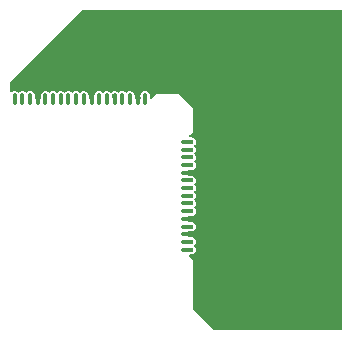
<source format=gbr>
%TF.GenerationSoftware,KiCad,Pcbnew,7.0.7*%
%TF.CreationDate,2024-03-24T16:11:16-04:00*%
%TF.ProjectId,RCP-FLEX,5243502d-464c-4455-982e-6b696361645f,rev?*%
%TF.SameCoordinates,Original*%
%TF.FileFunction,Copper,L2,Bot*%
%TF.FilePolarity,Positive*%
%FSLAX46Y46*%
G04 Gerber Fmt 4.6, Leading zero omitted, Abs format (unit mm)*
G04 Created by KiCad (PCBNEW 7.0.7) date 2024-03-24 16:11:16*
%MOMM*%
%LPD*%
G01*
G04 APERTURE LIST*
%TA.AperFunction,ComponentPad*%
%ADD10O,0.400000X1.000000*%
%TD*%
%TA.AperFunction,ComponentPad*%
%ADD11O,1.000000X0.400000*%
%TD*%
%TA.AperFunction,ViaPad*%
%ADD12C,0.400000*%
%TD*%
%TA.AperFunction,ViaPad*%
%ADD13C,0.800000*%
%TD*%
%TA.AperFunction,Conductor*%
%ADD14C,0.250000*%
%TD*%
G04 APERTURE END LIST*
D10*
%TO.P,TP2,1,1*%
%TO.N,Net-(J1-Pin_2)*%
X160415000Y-63500000D03*
%TD*%
%TO.P,TP9,1,1*%
%TO.N,Net-(J1-Pin_9)*%
X164965000Y-63500000D03*
%TD*%
D11*
%TO.P,TP31,1,1*%
%TO.N,GND*%
X174390000Y-74910000D03*
%TD*%
D10*
%TO.P,TP5,1,1*%
%TO.N,Net-(J1-Pin_5)*%
X162365000Y-63500000D03*
%TD*%
D11*
%TO.P,TP24,1,1*%
%TO.N,Net-(J1-Pin_24)*%
X174390000Y-70360000D03*
%TD*%
D10*
%TO.P,TP1,1,1*%
%TO.N,Net-(J1-Pin_1)*%
X159765000Y-63500000D03*
%TD*%
%TO.P,TP6,1,1*%
%TO.N,Net-(J1-Pin_6)*%
X163015000Y-63500000D03*
%TD*%
D11*
%TO.P,TP23,1,1*%
%TO.N,GND*%
X174390000Y-69710000D03*
%TD*%
D10*
%TO.P,TP14,1,1*%
%TO.N,Net-(J1-Pin_14)*%
X168215000Y-63500000D03*
%TD*%
%TO.P,TP11,1,1*%
%TO.N,GND*%
X166265000Y-63500000D03*
%TD*%
%TO.P,TP18,1,1*%
%TO.N,Net-(J1-Pin_18)*%
X170815000Y-63500000D03*
%TD*%
%TO.P,TP17,1,1*%
%TO.N,GND*%
X170165000Y-63500000D03*
%TD*%
%TO.P,TP4,1,1*%
%TO.N,GND*%
X161715000Y-63500000D03*
%TD*%
%TO.P,TP10,1,1*%
%TO.N,3v3*%
X165615000Y-63500000D03*
%TD*%
D11*
%TO.P,TP29,1,1*%
%TO.N,GND*%
X174390000Y-73610000D03*
%TD*%
%TO.P,TP27,1,1*%
%TO.N,Net-(J1-Pin_27)*%
X174390000Y-72310000D03*
%TD*%
D10*
%TO.P,TP15,1,1*%
%TO.N,Net-(J1-Pin_15)*%
X168865000Y-63500000D03*
%TD*%
%TO.P,TP12,1,1*%
%TO.N,Net-(J1-Pin_12)*%
X166915000Y-63500000D03*
%TD*%
%TO.P,TP7,1,1*%
%TO.N,Net-(J1-Pin_7)*%
X163665000Y-63500000D03*
%TD*%
%TO.P,TP8,1,1*%
%TO.N,Net-(J1-Pin_8)*%
X164315000Y-63500000D03*
%TD*%
%TO.P,TP16,1,1*%
%TO.N,3v3*%
X169515000Y-63500000D03*
%TD*%
D11*
%TO.P,TP20,1,1*%
%TO.N,Net-(J1-Pin_20)*%
X174390000Y-67760000D03*
%TD*%
%TO.P,TP25,1,1*%
%TO.N,Net-(J1-Pin_25)*%
X174390000Y-71010000D03*
%TD*%
%TO.P,TP21,1,1*%
%TO.N,Net-(J1-Pin_21)*%
X174390000Y-68410000D03*
%TD*%
%TO.P,TP22,1,1*%
%TO.N,3v3*%
X174390000Y-69060000D03*
%TD*%
D10*
%TO.P,TP3,1,1*%
%TO.N,3v3*%
X161065000Y-63500000D03*
%TD*%
D11*
%TO.P,TP30,1,1*%
%TO.N,3v3*%
X174390000Y-74260000D03*
%TD*%
%TO.P,TP19,1,1*%
%TO.N,Net-(J1-Pin_19)*%
X174390000Y-67110000D03*
%TD*%
%TO.P,TP33,1,1*%
%TO.N,Net-(J1-Pin_33)*%
X174390000Y-76210000D03*
%TD*%
%TO.P,TP28,1,1*%
%TO.N,Net-(J1-Pin_28)*%
X174390000Y-72960000D03*
%TD*%
%TO.P,TP26,1,1*%
%TO.N,Net-(J1-Pin_26)*%
X174390000Y-71660000D03*
%TD*%
%TO.P,TP32,1,1*%
%TO.N,3v3*%
X174390000Y-75560000D03*
%TD*%
D10*
%TO.P,TP13,1,1*%
%TO.N,Net-(J1-Pin_13)*%
X167565000Y-63500000D03*
%TD*%
D12*
%TO.N,Net-(J1-Pin_1)*%
X159760000Y-63200000D03*
%TO.N,Net-(J1-Pin_2)*%
X160410000Y-63200000D03*
%TO.N,3v3*%
X174690000Y-74260000D03*
X174690000Y-69060000D03*
X161070000Y-63200000D03*
X165620000Y-63200000D03*
X169510000Y-63200000D03*
X174690000Y-75560000D03*
%TO.N,GND*%
X174690000Y-73610000D03*
D13*
X176900000Y-67000000D03*
X184800000Y-69600000D03*
D12*
X170160000Y-63200000D03*
D13*
X184800000Y-75600000D03*
D12*
X174690000Y-69710000D03*
X174690000Y-74910000D03*
D13*
X184800000Y-66600000D03*
D12*
X166260000Y-63200000D03*
D13*
X184800000Y-63100000D03*
D12*
X161720000Y-63200000D03*
D13*
X184800000Y-72600000D03*
D12*
%TO.N,Net-(J1-Pin_5)*%
X162360000Y-63200000D03*
%TO.N,Net-(J1-Pin_6)*%
X163010000Y-63200000D03*
%TO.N,Net-(J1-Pin_7)*%
X163660000Y-63200000D03*
%TO.N,Net-(J1-Pin_8)*%
X164310000Y-63200000D03*
%TO.N,Net-(J1-Pin_9)*%
X164960000Y-63200000D03*
%TO.N,Net-(J1-Pin_12)*%
X166910000Y-63200000D03*
%TO.N,Net-(J1-Pin_13)*%
X167560000Y-63200000D03*
%TO.N,Net-(J1-Pin_14)*%
X168210000Y-63200000D03*
%TO.N,Net-(J1-Pin_15)*%
X168860000Y-63200000D03*
%TO.N,Net-(J1-Pin_18)*%
X170810000Y-63200000D03*
%TO.N,Net-(J1-Pin_19)*%
X174690000Y-67110000D03*
%TO.N,Net-(J1-Pin_20)*%
X174690000Y-67760000D03*
%TO.N,Net-(J1-Pin_21)*%
X174690000Y-68410000D03*
%TO.N,Net-(J1-Pin_24)*%
X174690000Y-70360000D03*
%TO.N,Net-(J1-Pin_25)*%
X174690000Y-71010000D03*
%TO.N,Net-(J1-Pin_26)*%
X174690000Y-71660000D03*
%TO.N,Net-(J1-Pin_27)*%
X174690000Y-72310000D03*
%TO.N,Net-(J1-Pin_28)*%
X174690000Y-72960000D03*
%TO.N,Net-(J1-Pin_33)*%
X174690000Y-76210000D03*
%TD*%
D14*
%TO.N,3v3*%
X161065000Y-63500000D02*
X161065000Y-63107538D01*
%TD*%
%TA.AperFunction,Conductor*%
%TO.N,GND*%
G36*
X187410691Y-55919407D02*
G01*
X187446655Y-55968907D01*
X187451500Y-55999500D01*
X187451500Y-82958500D01*
X187432593Y-83016691D01*
X187383093Y-83052655D01*
X187352500Y-83057500D01*
X176672815Y-83057500D01*
X176614624Y-83038593D01*
X176602811Y-83028504D01*
X174908505Y-81334197D01*
X174880728Y-81279680D01*
X174879509Y-81264178D01*
X174880496Y-77122359D01*
X174880542Y-77110001D01*
X174880424Y-77109718D01*
X174880424Y-77109717D01*
X174880383Y-77109617D01*
X174880381Y-77109616D01*
X174866790Y-77095957D01*
X174866407Y-77095700D01*
X174550211Y-76779503D01*
X174522434Y-76724987D01*
X174532005Y-76664555D01*
X174575270Y-76621290D01*
X174620215Y-76610500D01*
X174650691Y-76610500D01*
X174666177Y-76611718D01*
X174690000Y-76615492D01*
X174815304Y-76595646D01*
X174928342Y-76538050D01*
X175018050Y-76448342D01*
X175075646Y-76335304D01*
X175095492Y-76210000D01*
X175075646Y-76084696D01*
X175018050Y-75971658D01*
X175001393Y-75955001D01*
X174973618Y-75900487D01*
X174983189Y-75840055D01*
X175001397Y-75814995D01*
X175018048Y-75798344D01*
X175018048Y-75798343D01*
X175018050Y-75798342D01*
X175075646Y-75685304D01*
X175095492Y-75560000D01*
X175075646Y-75434696D01*
X175018050Y-75321658D01*
X174928342Y-75231950D01*
X174924406Y-75229944D01*
X174815307Y-75174355D01*
X174815304Y-75174354D01*
X174690000Y-75154508D01*
X174666178Y-75158281D01*
X174650691Y-75159500D01*
X174489280Y-75159500D01*
X174431089Y-75140593D01*
X174395125Y-75091093D01*
X174390280Y-75060514D01*
X174390237Y-74759514D01*
X174409136Y-74701321D01*
X174458631Y-74665350D01*
X174489237Y-74660500D01*
X174650691Y-74660500D01*
X174666177Y-74661718D01*
X174690000Y-74665492D01*
X174815304Y-74645646D01*
X174928342Y-74588050D01*
X175018050Y-74498342D01*
X175075646Y-74385304D01*
X175095492Y-74260000D01*
X175075646Y-74134696D01*
X175018050Y-74021658D01*
X174928342Y-73931950D01*
X174924406Y-73929944D01*
X174815307Y-73874355D01*
X174815304Y-73874354D01*
X174690000Y-73854508D01*
X174666178Y-73858281D01*
X174650691Y-73859500D01*
X174489096Y-73859500D01*
X174430905Y-73840593D01*
X174394941Y-73791093D01*
X174390096Y-73760514D01*
X174390054Y-73459514D01*
X174408953Y-73401320D01*
X174458448Y-73365350D01*
X174489054Y-73360500D01*
X174650691Y-73360500D01*
X174666177Y-73361718D01*
X174690000Y-73365492D01*
X174815304Y-73345646D01*
X174928342Y-73288050D01*
X175018050Y-73198342D01*
X175075646Y-73085304D01*
X175095492Y-72960000D01*
X175075646Y-72834696D01*
X175018050Y-72721658D01*
X175001393Y-72705001D01*
X174973618Y-72650487D01*
X174983189Y-72590055D01*
X175001392Y-72564999D01*
X175018050Y-72548342D01*
X175075646Y-72435304D01*
X175095492Y-72310000D01*
X175075646Y-72184696D01*
X175018050Y-72071658D01*
X175001393Y-72055001D01*
X174973618Y-72000487D01*
X174983189Y-71940055D01*
X175001397Y-71914995D01*
X175018048Y-71898344D01*
X175018048Y-71898343D01*
X175018050Y-71898342D01*
X175075646Y-71785304D01*
X175095492Y-71660000D01*
X175075646Y-71534696D01*
X175018050Y-71421658D01*
X175001393Y-71405001D01*
X174973618Y-71350487D01*
X174983189Y-71290055D01*
X175001392Y-71264999D01*
X175018050Y-71248342D01*
X175075646Y-71135304D01*
X175095492Y-71010000D01*
X175075646Y-70884696D01*
X175018050Y-70771658D01*
X175001393Y-70755001D01*
X174973618Y-70700487D01*
X174983189Y-70640055D01*
X175001397Y-70614995D01*
X175018048Y-70598344D01*
X175018048Y-70598343D01*
X175018050Y-70598342D01*
X175075646Y-70485304D01*
X175095492Y-70360000D01*
X175075646Y-70234696D01*
X175018050Y-70121658D01*
X174928342Y-70031950D01*
X174924406Y-70029944D01*
X174815307Y-69974355D01*
X174815304Y-69974354D01*
X174690000Y-69954508D01*
X174666178Y-69958281D01*
X174650691Y-69959500D01*
X174488545Y-69959500D01*
X174430354Y-69940593D01*
X174394390Y-69891093D01*
X174389545Y-69860514D01*
X174389503Y-69559514D01*
X174408402Y-69501320D01*
X174457897Y-69465350D01*
X174488503Y-69460500D01*
X174650691Y-69460500D01*
X174666177Y-69461718D01*
X174690000Y-69465492D01*
X174815304Y-69445646D01*
X174928342Y-69388050D01*
X175018050Y-69298342D01*
X175075646Y-69185304D01*
X175095492Y-69060000D01*
X175075646Y-68934696D01*
X175018050Y-68821658D01*
X175001393Y-68805001D01*
X174973618Y-68750487D01*
X174983189Y-68690055D01*
X175001392Y-68664999D01*
X175018050Y-68648342D01*
X175075646Y-68535304D01*
X175095492Y-68410000D01*
X175075646Y-68284696D01*
X175018050Y-68171658D01*
X175001393Y-68155001D01*
X174973618Y-68100487D01*
X174983189Y-68040055D01*
X175001397Y-68014995D01*
X175018048Y-67998344D01*
X175018048Y-67998343D01*
X175018050Y-67998342D01*
X175075646Y-67885304D01*
X175095492Y-67760000D01*
X175075646Y-67634696D01*
X175018050Y-67521658D01*
X175001393Y-67505001D01*
X174973618Y-67450487D01*
X174983189Y-67390055D01*
X175001392Y-67364999D01*
X175018050Y-67348342D01*
X175075646Y-67235304D01*
X175095492Y-67110000D01*
X175075646Y-66984696D01*
X175018050Y-66871658D01*
X174928342Y-66781950D01*
X174815304Y-66724354D01*
X174815305Y-66724354D01*
X174727353Y-66710424D01*
X174721519Y-66709500D01*
X174690001Y-66704508D01*
X174690000Y-66704508D01*
X174666178Y-66708281D01*
X174650691Y-66709500D01*
X174629320Y-66709500D01*
X174571129Y-66690593D01*
X174535165Y-66641093D01*
X174535165Y-66579907D01*
X174559420Y-66540393D01*
X174573596Y-66526257D01*
X174846010Y-66254651D01*
X174846155Y-66254557D01*
X174860381Y-66240383D01*
X174860383Y-66240383D01*
X174860461Y-66240191D01*
X174860542Y-66240001D01*
X174860541Y-66239998D01*
X174860658Y-66221117D01*
X174860500Y-66220315D01*
X174860500Y-64290045D01*
X174860533Y-64289878D01*
X174860516Y-64289878D01*
X174860540Y-64270002D01*
X174860542Y-64270000D01*
X174860424Y-64269717D01*
X174860383Y-64269617D01*
X174860381Y-64269616D01*
X174846724Y-64255890D01*
X174846394Y-64255669D01*
X173623448Y-63031159D01*
X173623349Y-63031010D01*
X173609382Y-63017016D01*
X173609170Y-63016929D01*
X173609000Y-63016857D01*
X173589459Y-63016835D01*
X173589136Y-63016900D01*
X171799988Y-63016900D01*
X171799782Y-63016859D01*
X171780198Y-63016859D01*
X171780101Y-63016899D01*
X171779817Y-63017015D01*
X171766337Y-63030403D01*
X171766029Y-63030861D01*
X171384504Y-63412387D01*
X171329987Y-63440165D01*
X171269555Y-63430594D01*
X171226290Y-63387329D01*
X171215500Y-63342384D01*
X171215500Y-63168478D01*
X171210139Y-63134636D01*
X171200646Y-63074696D01*
X171143050Y-62961658D01*
X171053342Y-62871950D01*
X171008234Y-62848966D01*
X170940307Y-62814355D01*
X170940304Y-62814354D01*
X170815000Y-62794508D01*
X170814999Y-62794508D01*
X170814993Y-62794507D01*
X170813334Y-62794507D01*
X170810529Y-62794506D01*
X170810523Y-62794507D01*
X170810003Y-62794507D01*
X170684696Y-62814354D01*
X170684692Y-62814355D01*
X170571659Y-62871949D01*
X170481949Y-62961659D01*
X170424355Y-63074692D01*
X170424354Y-63074696D01*
X170404508Y-63199999D01*
X170404508Y-63200001D01*
X170413281Y-63255390D01*
X170414500Y-63270877D01*
X170414500Y-63400498D01*
X170395593Y-63458689D01*
X170346093Y-63494653D01*
X170315449Y-63499498D01*
X170014448Y-63499344D01*
X169956267Y-63480407D01*
X169920329Y-63430889D01*
X169915500Y-63400350D01*
X169915500Y-63168481D01*
X169900646Y-63074696D01*
X169843050Y-62961658D01*
X169753342Y-62871950D01*
X169708234Y-62848966D01*
X169640307Y-62814355D01*
X169640304Y-62814354D01*
X169515000Y-62794508D01*
X169514999Y-62794508D01*
X169514993Y-62794507D01*
X169513334Y-62794507D01*
X169510529Y-62794506D01*
X169510523Y-62794507D01*
X169510003Y-62794507D01*
X169384696Y-62814354D01*
X169384692Y-62814355D01*
X169271658Y-62871950D01*
X169271655Y-62871952D01*
X169257502Y-62886105D01*
X169202985Y-62913882D01*
X169142553Y-62904309D01*
X169117498Y-62886105D01*
X169103344Y-62871952D01*
X169103342Y-62871950D01*
X169044005Y-62841716D01*
X168990307Y-62814355D01*
X168990305Y-62814354D01*
X168990304Y-62814354D01*
X168950610Y-62808067D01*
X168864998Y-62794507D01*
X168860002Y-62794507D01*
X168758277Y-62810619D01*
X168734696Y-62814354D01*
X168734695Y-62814354D01*
X168734692Y-62814355D01*
X168621658Y-62871950D01*
X168621654Y-62871952D01*
X168607499Y-62886107D01*
X168552981Y-62913882D01*
X168492549Y-62904307D01*
X168467499Y-62886107D01*
X168453342Y-62871950D01*
X168408234Y-62848966D01*
X168340307Y-62814355D01*
X168340304Y-62814354D01*
X168215000Y-62794508D01*
X168214999Y-62794508D01*
X168214993Y-62794507D01*
X168213334Y-62794507D01*
X168210529Y-62794506D01*
X168210523Y-62794507D01*
X168210003Y-62794507D01*
X168084696Y-62814354D01*
X168084692Y-62814355D01*
X167971658Y-62871950D01*
X167971655Y-62871952D01*
X167957502Y-62886105D01*
X167902985Y-62913882D01*
X167842553Y-62904309D01*
X167817498Y-62886105D01*
X167803344Y-62871952D01*
X167803342Y-62871950D01*
X167744005Y-62841716D01*
X167690307Y-62814355D01*
X167690305Y-62814354D01*
X167690304Y-62814354D01*
X167650610Y-62808067D01*
X167564998Y-62794507D01*
X167560002Y-62794507D01*
X167458277Y-62810619D01*
X167434696Y-62814354D01*
X167434695Y-62814354D01*
X167434692Y-62814355D01*
X167321658Y-62871950D01*
X167321655Y-62871952D01*
X167307502Y-62886105D01*
X167252985Y-62913882D01*
X167192553Y-62904309D01*
X167167498Y-62886105D01*
X167153344Y-62871952D01*
X167153342Y-62871950D01*
X167094005Y-62841716D01*
X167040307Y-62814355D01*
X167040304Y-62814354D01*
X166915000Y-62794508D01*
X166914999Y-62794508D01*
X166914993Y-62794507D01*
X166913334Y-62794507D01*
X166910529Y-62794506D01*
X166910523Y-62794507D01*
X166910003Y-62794507D01*
X166784696Y-62814354D01*
X166784692Y-62814355D01*
X166671659Y-62871949D01*
X166581949Y-62961659D01*
X166524355Y-63074692D01*
X166524354Y-63074696D01*
X166504508Y-63199999D01*
X166504508Y-63200001D01*
X166513281Y-63255390D01*
X166514500Y-63270877D01*
X166514500Y-63398506D01*
X166495593Y-63456697D01*
X166446093Y-63492661D01*
X166415450Y-63497506D01*
X166114450Y-63497353D01*
X166056269Y-63478416D01*
X166020330Y-63428898D01*
X166015500Y-63398353D01*
X166015500Y-63270877D01*
X166016719Y-63255390D01*
X166025492Y-63200001D01*
X166025492Y-63199999D01*
X166020499Y-63168477D01*
X166005646Y-63074696D01*
X165948050Y-62961658D01*
X165858342Y-62871950D01*
X165813234Y-62848966D01*
X165745307Y-62814355D01*
X165745305Y-62814354D01*
X165745304Y-62814354D01*
X165705610Y-62808067D01*
X165619998Y-62794507D01*
X165615002Y-62794507D01*
X165513277Y-62810619D01*
X165489696Y-62814354D01*
X165489695Y-62814354D01*
X165489692Y-62814355D01*
X165376658Y-62871950D01*
X165376655Y-62871952D01*
X165360002Y-62888605D01*
X165305485Y-62916381D01*
X165245053Y-62906809D01*
X165219998Y-62888605D01*
X165203344Y-62871952D01*
X165203342Y-62871950D01*
X165144005Y-62841716D01*
X165090307Y-62814355D01*
X165090305Y-62814354D01*
X165090304Y-62814354D01*
X165050610Y-62808067D01*
X164964998Y-62794507D01*
X164960002Y-62794507D01*
X164858277Y-62810619D01*
X164834696Y-62814354D01*
X164834695Y-62814354D01*
X164834692Y-62814355D01*
X164721658Y-62871950D01*
X164721655Y-62871952D01*
X164707502Y-62886105D01*
X164652985Y-62913882D01*
X164592553Y-62904309D01*
X164567498Y-62886105D01*
X164553344Y-62871952D01*
X164553342Y-62871950D01*
X164494005Y-62841716D01*
X164440307Y-62814355D01*
X164440304Y-62814354D01*
X164315000Y-62794508D01*
X164314999Y-62794508D01*
X164314993Y-62794507D01*
X164313334Y-62794507D01*
X164310529Y-62794506D01*
X164310523Y-62794507D01*
X164310003Y-62794507D01*
X164184696Y-62814354D01*
X164184692Y-62814355D01*
X164071658Y-62871950D01*
X164071655Y-62871952D01*
X164057502Y-62886105D01*
X164002985Y-62913882D01*
X163942553Y-62904309D01*
X163917498Y-62886105D01*
X163903344Y-62871952D01*
X163903342Y-62871950D01*
X163844005Y-62841716D01*
X163790307Y-62814355D01*
X163790305Y-62814354D01*
X163790304Y-62814354D01*
X163750610Y-62808067D01*
X163664998Y-62794507D01*
X163660002Y-62794507D01*
X163558277Y-62810619D01*
X163534696Y-62814354D01*
X163534695Y-62814354D01*
X163534692Y-62814355D01*
X163421658Y-62871950D01*
X163421655Y-62871952D01*
X163407502Y-62886105D01*
X163352985Y-62913882D01*
X163292553Y-62904309D01*
X163267498Y-62886105D01*
X163253344Y-62871952D01*
X163253342Y-62871950D01*
X163194005Y-62841716D01*
X163140307Y-62814355D01*
X163140304Y-62814354D01*
X163015000Y-62794508D01*
X163014999Y-62794508D01*
X163014993Y-62794507D01*
X163013334Y-62794507D01*
X163010529Y-62794506D01*
X163010523Y-62794507D01*
X163010003Y-62794507D01*
X162884696Y-62814354D01*
X162884692Y-62814355D01*
X162771658Y-62871950D01*
X162771655Y-62871952D01*
X162757502Y-62886105D01*
X162702985Y-62913882D01*
X162642553Y-62904309D01*
X162617498Y-62886105D01*
X162603344Y-62871952D01*
X162603342Y-62871950D01*
X162544005Y-62841716D01*
X162490307Y-62814355D01*
X162490305Y-62814354D01*
X162490304Y-62814354D01*
X162450610Y-62808067D01*
X162364998Y-62794507D01*
X162360002Y-62794507D01*
X162258277Y-62810619D01*
X162234696Y-62814354D01*
X162234695Y-62814354D01*
X162234692Y-62814355D01*
X162121659Y-62871949D01*
X162031949Y-62961659D01*
X161974355Y-63074692D01*
X161974354Y-63074696D01*
X161954508Y-63199999D01*
X161954508Y-63200001D01*
X161963281Y-63255390D01*
X161964500Y-63270877D01*
X161964500Y-63396183D01*
X161945593Y-63454374D01*
X161896093Y-63490338D01*
X161865450Y-63495183D01*
X161564450Y-63495030D01*
X161506269Y-63476093D01*
X161470330Y-63426575D01*
X161465500Y-63396030D01*
X161465500Y-63270877D01*
X161466719Y-63255390D01*
X161475492Y-63200001D01*
X161475492Y-63199999D01*
X161470499Y-63168477D01*
X161455646Y-63074696D01*
X161398050Y-62961658D01*
X161308342Y-62871950D01*
X161308339Y-62871948D01*
X161308340Y-62871948D01*
X161273283Y-62854086D01*
X161254600Y-62841721D01*
X161230261Y-62821298D01*
X161122394Y-62782038D01*
X161007606Y-62782038D01*
X160973348Y-62794507D01*
X160899739Y-62821298D01*
X160867675Y-62848203D01*
X160848988Y-62860572D01*
X160826658Y-62871950D01*
X160826656Y-62871951D01*
X160810002Y-62888605D01*
X160755485Y-62916381D01*
X160695053Y-62906809D01*
X160669998Y-62888605D01*
X160653344Y-62871952D01*
X160653342Y-62871950D01*
X160594005Y-62841716D01*
X160540307Y-62814355D01*
X160540304Y-62814354D01*
X160415000Y-62794508D01*
X160414999Y-62794508D01*
X160414993Y-62794507D01*
X160413334Y-62794507D01*
X160410529Y-62794506D01*
X160410523Y-62794507D01*
X160410003Y-62794507D01*
X160284696Y-62814354D01*
X160284692Y-62814355D01*
X160171658Y-62871950D01*
X160171655Y-62871952D01*
X160157502Y-62886105D01*
X160102985Y-62913882D01*
X160042553Y-62904309D01*
X160017498Y-62886105D01*
X160003344Y-62871952D01*
X160003342Y-62871950D01*
X159944005Y-62841716D01*
X159890307Y-62814355D01*
X159890305Y-62814354D01*
X159890304Y-62814354D01*
X159850610Y-62808067D01*
X159764998Y-62794507D01*
X159760002Y-62794507D01*
X159658277Y-62810619D01*
X159634696Y-62814354D01*
X159634695Y-62814354D01*
X159634692Y-62814355D01*
X159521659Y-62871949D01*
X159521658Y-62871949D01*
X159521658Y-62871950D01*
X159519501Y-62874106D01*
X159516786Y-62875489D01*
X159515353Y-62876531D01*
X159515188Y-62876304D01*
X159464987Y-62901882D01*
X159404555Y-62892311D01*
X159361290Y-62849046D01*
X159350500Y-62804101D01*
X159350500Y-62087332D01*
X159369407Y-62029141D01*
X159379519Y-62017306D01*
X165471215Y-55929474D01*
X165525740Y-55901714D01*
X165541196Y-55900500D01*
X187352500Y-55900500D01*
X187410691Y-55919407D01*
G37*
%TD.AperFunction*%
%TD*%
M02*

</source>
